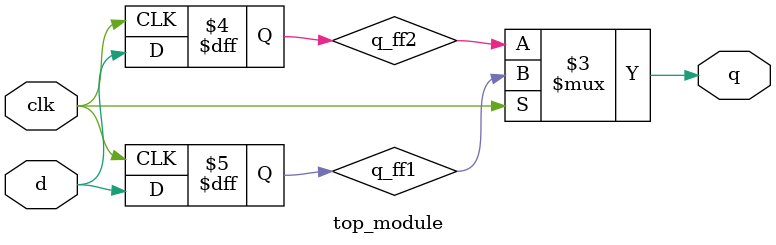
<source format=v>
module top_module (
    input clk,
    input d,
    output q
);
    reg q_ff1, q_ff2; // 内部寄存器存储输出值

    always @(posedge clk) begin
        q_ff1 <= d; // 上升沿触发，存储值进入 q_ff1
    end
    
    always @(negedge clk) begin
        q_ff2 <= d; // 下降沿触发，存储值进入 q_ff2
    end
    
    assign q = clk ? q_ff1 : q_ff2; // 根据时钟信号选择输出 q_ff1 或 q_ff2

endmodule
</source>
